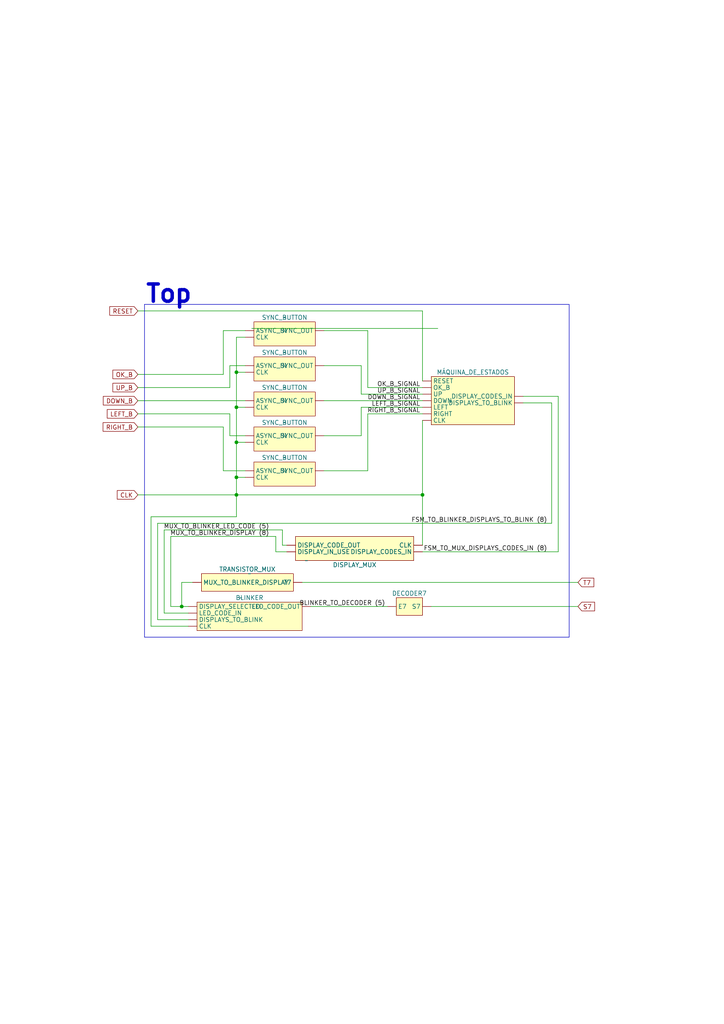
<source format=kicad_sch>
(kicad_sch (version 20230121) (generator eeschema)
  (paper "A4" portrait)
  (title_block (title "Diagrama de Estados") (date "2023-12-08") (rev "1.0") (comment 1 "Adrián Teixeira de Uña") (comment 2 "Bogurad Barañski Barañska") (comment 3 "Juan Nicolás Jiménez Pérez"))
  (lib_symbols
    (symbol "Trabajo_VHDL:BLINKER"
      (property "Reference" "U" (at 0 0 0))
      (symbol "BLINKER_1_1"
        (rectangle (start -12.7 -1.27) (end 17.78 -9.525) (fill (type background)))
        (pin input line (at -15.24 -8.255 0) (length 2.54) (name "CLK") (number ""))
        (pin input line (at -15.24 -6.35 0) (length 2.54) (name "DISPLAYS_TO_BLINK") (number ""))
        (pin input line (at -15.24 -2.54 0) (length 2.54) (name "DISPLAY_SELECTED") (number ""))
        (pin input line (at -15.24 -4.445 0) (length 2.54) (name "LED_CODE_IN") (number ""))
        (pin input line (at 20.32 -2.54 180) (length 2.54) (name "LED_CODE_OUT") (number ""))
      )
    )
    (symbol "Trabajo_VHDL:DECODER7"
      (property "Reference" "U" (at 0 0.635 0))
      (symbol "DECODER7_1_1"
        (rectangle (start -3.81 -0.635) (end 3.81 -5.715) (fill (type background)))
        (pin input line (at -6.35 -3.175 0) (length 2.54) (name "E7") (number ""))
        (pin input line (at 6.35 -3.175 180) (length 2.54) (name "S7") (number ""))
      )
    )
    (symbol "Trabajo_VHDL:DISPLAY_MUX"
      (property "Reference" "U" (at 0 1.27 0))
      (symbol "DISPLAY_MUX_1_1"
        (rectangle (start -17.145 0) (end 17.145 -6.985) (fill (type background)))
        (pin input line (at -19.685 -4.445 0) (length 2.54) (name "CLK") (number ""))
        (pin input line (at -19.685 -2.54 0) (length 2.54) (name "DISPLAY_CODES_IN") (number ""))
        (pin input line (at 19.685 -4.445 180) (length 2.54) (name "DISPLAY_CODE_OUT") (number ""))
        (pin input line (at 19.685 -2.54 180) (length 2.54) (name "DISPLAY_IN_USE") (number ""))
      )
    )
    (symbol "Trabajo_VHDL:SYNC_BUTTON"
      (property "Reference" "U" (at 0 1.27 0))
      (symbol "SYNC_BUTTON_1_1"
        (rectangle (start -8.89 0) (end 8.89 -6.985) (fill (type background)))
        (pin input line (at -11.43 -2.54 0) (length 2.54) (name "ASYNC_IN") (number ""))
        (pin input line (at -11.43 -4.445 0) (length 2.54) (name "CLK") (number ""))
        (pin input line (at 11.43 -2.54 180) (length 2.54) (name "SYNC_OUT") (number ""))
      )
    )
    (symbol "Trabajo_VHDL:TRANSISTOR_MUX"
      (property "Reference" "U" (at 0 1.27 0))
      (symbol "TRANSISTOR_MUX_1_1"
        (rectangle (start -13.335 0) (end 13.335 -5.08) (fill (type background)))
        (pin input line (at -15.875 -2.54 0) (length 2.54) (name "MUX_TO_BLINKER_DISPLAY") (number ""))
        (pin input line (at 15.875 -2.54 180) (length 2.54) (name "T7") (number ""))
      )
    )
    (symbol "Trabajo_VHDL:The_machine_of_state"
      (property "Reference" "U" (at 0 5.08 0))
      (property "Value" "The_machine_of_state" (at 0 6.985 0))
      (symbol "The_machine_of_state_1_1"
        (rectangle (start -11.43 3.175) (end 12.7 -10.795) (fill (type background)))
        (pin input line (at -13.97 -9.525 0) (length 2.54) (name "CLK") (number ""))
        (pin input line (at 15.24 -4.445 180) (length 2.54) (name "DISPLAYS_TO_BLINK") (number ""))
        (pin input line (at 15.24 -2.54 180) (length 2.54) (name "DISPLAY_CODES_IN") (number ""))
        (pin input line (at -13.97 -3.81 0) (length 2.54) (name "DOWN") (number ""))
        (pin input line (at -13.97 -5.715 0) (length 2.54) (name "LEFT") (number ""))
        (pin input line (at -13.97 0 0) (length 2.54) (name "OK_B") (number ""))
        (pin input line (at -13.97 1.905 0) (length 2.54) (name "RESET") (number ""))
        (pin input line (at -13.97 -7.62 0) (length 2.54) (name "RIGHT") (number ""))
        (pin input line (at -13.97 -1.905 0) (length 2.54) (name "UP") (number ""))
      )
    )
  )
  (junction (at 68.58 128.27))
  (junction (at 29.845 -39.37))
  (junction (at 83.82 -24.13))
  (junction (at 29.845 -29.21))
  (junction (at 68.58 143.51))
  (junction (at 68.58 107.95))
  (junction (at 223.52 -51.435))
  (junction (at 150.495 -24.13))
  (junction (at 68.58 138.43))
  (junction (at 68.58 118.11))
  (junction (at 122.555 143.51))
  (junction (at 29.845 -24.13))
  (junction (at 29.845 -59.69))
  (junction (at 52.705 175.895))
  (junction (at 29.845 -49.53))
  (wire (pts (xy 40.005 123.825) (xy 64.77 123.825)))
  (wire (pts (xy 260.985 -51.435) (xy 283.21 -51.435)))
  (wire (pts (xy 193.04 -51.435) (xy 223.52 -51.435)))
  (wire (pts (xy 67.945 -55.245) (xy 67.945 -71.755)))
  (wire (pts (xy 83.185 158.115) (xy 81.915 158.115)))
  (wire (pts (xy 40.005 112.395) (xy 66.675 112.395)))
  (wire (pts (xy 27.94 -55.245) (xy 27.94 -61.595)))
  (wire (pts (xy 66.04 -53.34) (xy 66.04 -61.595)))
  (wire (pts (xy 32.385 -49.53) (xy 29.845 -49.53)))
  (wire (pts (xy 71.12 118.11) (xy 68.58 118.11)))
  (wire (pts (xy 93.98 106.045) (xy 104.775 106.045)))
  (wire (pts (xy 104.775 118.11) (xy 122.555 118.11)))
  (wire (pts (xy 106.68 136.525) (xy 106.68 120.015)))
  (wire (pts (xy 27.94 -47.625) (xy 27.94 -41.275)))
  (wire (pts (xy 68.58 128.27) (xy 71.12 128.27)))
  (wire (pts (xy 81.915 158.115) (xy 81.915 153.67)))
  (wire (pts (xy 71.12 97.79) (xy 68.58 97.79)))
  (wire (pts (xy 52.705 168.91) (xy 52.705 175.895)))
  (wire (pts (xy 93.98 95.885) (xy 106.68 95.885)))
  (wire (pts (xy 106.68 112.395) (xy 122.555 112.395)))
  (wire (pts (xy 32.385 -69.85) (xy 29.845 -69.85)))
  (wire (pts (xy 122.555 121.92) (xy 122.555 143.51)))
  (wire (pts (xy 150.495 -24.13) (xy 225.425 -24.13)))
  (wire (pts (xy 122.555 143.51) (xy 122.555 158.115)))
  (wire (pts (xy 83.185 160.02) (xy 80.01 160.02)))
  (wire (pts (xy 71.12 107.95) (xy 68.58 107.95)))
  (wire (pts (xy 32.385 -29.21) (xy 29.845 -29.21)))
  (wire (pts (xy 66.04 -53.34) (xy 83.82 -53.34)))
  (wire (pts (xy 191.135 -49.53) (xy 225.425 -49.53)))
  (wire (pts (xy 29.845 -59.69) (xy 29.845 -49.53)))
  (wire (pts (xy 66.675 106.045) (xy 71.12 106.045)))
  (wire (pts (xy 68.58 118.11) (xy 68.58 128.27)))
  (wire (pts (xy 223.52 -58.42) (xy 223.52 -51.435)))
  (wire (pts (xy 29.845 -39.37) (xy 29.845 -29.21)))
  (wire (pts (xy 55.245 -71.755) (xy 67.945 -71.755)))
  (wire (pts (xy 83.82 -57.15) (xy 83.82 -77.47)))
  (wire (pts (xy 20.32 -51.435) (xy 32.385 -51.435)))
  (wire (pts (xy 27.94 -41.275) (xy 32.385 -41.275)))
  (wire (pts (xy 66.04 -49.53) (xy 83.82 -49.53)))
  (wire (pts (xy 20.32 -47.625) (xy 27.94 -47.625)))
  (wire (pts (xy 80.01 155.575) (xy 49.53 155.575)))
  (wire (pts (xy 55.245 -51.435) (xy 83.82 -51.435)))
  (wire (pts (xy 68.58 128.27) (xy 68.58 138.43)))
  (wire (pts (xy 55.245 -31.115) (xy 67.945 -31.115)))
  (wire (pts (xy 55.245 -61.595) (xy 66.04 -61.595)))
  (wire (pts (xy 125.095 175.895) (xy 167.64 175.895)))
  (wire (pts (xy 113.03 -55.88) (xy 113.03 -52.705)))
  (wire (pts (xy 29.845 -69.85) (xy 29.845 -59.69)))
  (wire (pts (xy 122.555 90.17) (xy 40.005 90.17)))
  (wire (pts (xy 223.52 -51.435) (xy 225.425 -51.435)))
  (wire (pts (xy 83.82 -77.47) (xy 20.32 -77.47)))
  (wire (pts (xy 54.61 181.61) (xy 43.815 181.61)))
  (wire (pts (xy 83.82 -24.13) (xy 150.495 -24.13)))
  (wire (pts (xy 104.775 114.3) (xy 104.775 106.045)))
  (wire (pts (xy 27.94 -61.595) (xy 32.385 -61.595)))
  (wire (pts (xy 90.17 175.895) (xy 112.395 175.895)))
  (wire (pts (xy 106.68 112.395) (xy 106.68 95.885)))
  (wire (pts (xy 299.72 -51.435) (xy 295.91 -51.435)))
  (wire (pts (xy 40.005 116.205) (xy 71.12 116.205)))
  (wire (pts (xy 93.98 126.365) (xy 104.775 126.365)))
  (wire (pts (xy 64.77 95.885) (xy 71.12 95.885)))
  (wire (pts (xy 40.005 120.015) (xy 66.675 120.015)))
  (wire (pts (xy 93.98 116.205) (xy 122.555 116.205)))
  (wire (pts (xy 26.035 -59.055) (xy 26.035 -71.755)))
  (wire (pts (xy 113.03 -47.625) (xy 225.425 -47.625)))
  (wire (pts (xy 29.845 -29.21) (xy 29.845 -24.13)))
  (wire (pts (xy 40.005 143.51) (xy 68.58 143.51)))
  (wire (pts (xy 68.58 143.51) (xy 122.555 143.51)))
  (wire (pts (xy 20.32 -43.815) (xy 26.035 -43.815)))
  (wire (pts (xy 64.77 136.525) (xy 71.12 136.525)))
  (wire (pts (xy 161.925 160.02) (xy 161.925 114.935)))
  (wire (pts (xy 81.915 153.67) (xy 47.625 153.67)))
  (wire (pts (xy 47.625 177.8) (xy 54.61 177.8)))
  (wire (pts (xy 122.555 110.49) (xy 122.555 90.17)))
  (wire (pts (xy 20.32 -55.245) (xy 27.94 -55.245)))
  (wire (pts (xy 67.945 -55.245) (xy 83.82 -55.245)))
  (wire (pts (xy 40.005 108.585) (xy 64.77 108.585)))
  (wire (pts (xy 93.98 136.525) (xy 106.68 136.525)))
  (wire (pts (xy 71.12 138.43) (xy 68.58 138.43)))
  (wire (pts (xy 83.82 -45.72) (xy 83.82 -24.13)))
  (wire (pts (xy 113.03 -50.8) (xy 113.03 -47.625)))
  (wire (pts (xy 189.865 -55.88) (xy 193.04 -55.88)))
  (wire (pts (xy 29.845 -39.37) (xy 32.385 -39.37)))
  (wire (pts (xy 66.04 -41.275) (xy 66.04 -49.53)))
  (wire (pts (xy 29.845 -49.53) (xy 29.845 -39.37)))
  (wire (pts (xy 47.625 153.67) (xy 47.625 177.8)))
  (wire (pts (xy 73.025 95.25) (xy 127 95.25)))
  (wire (pts (xy 87.63 168.91) (xy 167.64 168.91)))
  (wire (pts (xy 68.58 138.43) (xy 68.58 143.51)))
  (wire (pts (xy 68.58 107.95) (xy 68.58 118.11)))
  (wire (pts (xy 64.77 108.585) (xy 64.77 95.885)))
  (wire (pts (xy 20.32 -59.055) (xy 26.035 -59.055)))
  (wire (pts (xy 106.68 120.015) (xy 122.555 120.015)))
  (wire (pts (xy 113.03 -55.88) (xy 150.495 -55.88)))
  (wire (pts (xy 161.925 114.935) (xy 151.765 114.935)))
  (wire (pts (xy 26.035 -71.755) (xy 32.385 -71.755)))
  (wire (pts (xy 49.53 175.895) (xy 52.705 175.895)))
  (wire (pts (xy 32.385 -59.69) (xy 29.845 -59.69)))
  (wire (pts (xy 193.04 -55.88) (xy 193.04 -51.435)))
  (wire (pts (xy 49.53 155.575) (xy 49.53 175.895)))
  (wire (pts (xy 104.775 114.3) (xy 122.555 114.3)))
  (wire (pts (xy 104.775 126.365) (xy 104.775 118.11)))
  (wire (pts (xy 80.01 160.02) (xy 80.01 155.575)))
  (wire (pts (xy 20.32 -24.13) (xy 29.845 -24.13)))
  (wire (pts (xy 43.815 149.86) (xy 68.58 149.86)))
  (wire (pts (xy 29.845 -24.13) (xy 83.82 -24.13)))
  (wire (pts (xy 67.945 -47.625) (xy 83.82 -47.625)))
  (wire (pts (xy 160.02 116.84) (xy 151.765 116.84)))
  (wire (pts (xy 26.035 -43.815) (xy 26.035 -31.115)))
  (wire (pts (xy 160.02 151.765) (xy 160.02 116.84)))
  (wire (pts (xy 189.865 -53.975) (xy 191.135 -53.975)))
  (wire (pts (xy 122.555 160.02) (xy 161.925 160.02)))
  (wire (pts (xy 66.675 126.365) (xy 71.12 126.365)))
  (wire (pts (xy 45.72 151.765) (xy 45.72 179.705)))
  (wire (pts (xy 64.77 123.825) (xy 64.77 136.525)))
  (wire (pts (xy 26.035 -31.115) (xy 32.385 -31.115)))
  (wire (pts (xy 223.52 -58.42) (xy 226.695 -58.42)))
  (wire (pts (xy 66.675 112.395) (xy 66.675 106.045)))
  (wire (pts (xy 66.675 120.015) (xy 66.675 126.365)))
  (wire (pts (xy 55.245 -41.275) (xy 66.04 -41.275)))
  (wire (pts (xy 43.815 181.61) (xy 43.815 149.86)))
  (wire (pts (xy 52.705 175.895) (xy 54.61 175.895)))
  (wire (pts (xy 52.705 168.91) (xy 55.88 168.91)))
  (wire (pts (xy 150.495 -53.975) (xy 150.495 -24.13)))
  (wire (pts (xy 67.945 -31.115) (xy 67.945 -47.625)))
  (wire (pts (xy 68.58 149.86) (xy 68.58 143.51)))
  (wire (pts (xy 45.72 151.765) (xy 160.02 151.765)))
  (wire (pts (xy 45.72 179.705) (xy 54.61 179.705)))
  (wire (pts (xy 258.445 -58.42) (xy 299.72 -58.42)))
  (wire (pts (xy 68.58 97.79) (xy 68.58 107.95)))
  (wire (pts (xy 191.135 -53.975) (xy 191.135 -49.53)))
  (wire (pts (xy 225.425 -45.72) (xy 225.425 -24.13)))
  (rectangle (start 22.86 -80.645) (end 296.545 -20.955))
  (rectangle (start 41.91 88.265) (end 165.1 184.785))
  (text "Top" (at 22.86 -80.645 0) (effects (font (size 5 5) (thickness 1) bold) (justify left bottom)))
  (text "Top" (at 41.91 88.265 0) (effects (font (size 5 5) (thickness 1) bold) (justify left bottom)))
  (label "DOWN_B_SIGNAL" (at 121.92 116.205 180))
  (label "MUX_TO_BLINKER_LED_CODE (5)" (at 194.945 -49.53 0))
  (label "LEFT_B_SIGNAL" (at 121.92 118.11 180))
  (label "RIGHT_B_SIGNAL" (at 83.185 -47.625 180))
  (label "FSM_TO_MUX_DISPLAYS_CODES_IN (8)" (at 114.3 -55.88 0))
  (label "MUX_TO_BLINKER_DISPLAY (8)" (at 78.105 155.575 180))
  (label "UP_B_SIGNAL" (at 121.92 114.3 180))
  (label "FSM_TO_BLINKER_DISPLAYS_TO_BLINK (8)" (at 158.75 151.765 180))
  (label "OK_B_SIGNAL" (at 121.92 112.395 180))
  (label "MUX_TO_BLINKER_DISPLAY (8)" (at 194.945 -51.435 0))
  (label "UP_B_SIGNAL" (at 83.185 -53.34 180))
  (label "FSM_TO_MUX_DISPLAYS_CODES_IN (8)" (at 158.75 160.02 180))
  (label "BLINKER_TO_DECODER (5)" (at 111.76 175.895 180))
  (label "LEFT_B_SIGNAL" (at 83.185 -49.53 180))
  (label "OK_B_SIGNAL" (at 83.185 -55.245 180))
  (label "MUX_TO_BLINKER_LED_CODE (5)" (at 78.105 153.67 180))
  (label "FSM_TO_BLINKER_DISPLAYS_TO_BLINK (8)" (at 114.3 -47.625 0))
  (label "RIGHT_B_SIGNAL" (at 121.92 120.015 180))
  (label "BLINKER_TO_DECODER (5)" (at 282.575 -51.435 180))
  (label "DOWN_B_SIGNAL" (at 83.185 -51.435 180))
  (global_label "LEFT_B" (shape input) (at 20.32 -47.625 180) (property "Intersheetrefs" "${INTERSHEET_REFS}" (effects hide)))
  (global_label "T7" (shape input) (at 299.72 -58.42 0) (property "Intersheetrefs" "${INTERSHEET_REFS}" (effects hide)))
  (global_label "CLK" (shape input) (at 20.32 -24.13 180) (property "Intersheetrefs" "${INTERSHEET_REFS}" (effects hide)))
  (global_label "RESET" (shape input) (at 40.005 90.17 180) (property "Intersheetrefs" "${INTERSHEET_REFS}" (effects hide)))
  (global_label "S7" (shape input) (at 299.72 -51.435 0) (property "Intersheetrefs" "${INTERSHEET_REFS}" (effects hide)))
  (global_label "DOWN_B" (shape input) (at 40.005 116.205 180) (property "Intersheetrefs" "${INTERSHEET_REFS}" (effects hide)))
  (global_label "S7" (shape input) (at 167.64 175.895 0) (property "Intersheetrefs" "${INTERSHEET_REFS}" (effects hide)))
  (global_label "UP_B" (shape input) (at 20.32 -55.245 180) (property "Intersheetrefs" "${INTERSHEET_REFS}" (effects hide)))
  (global_label "CLK" (shape input) (at 40.005 143.51 180) (property "Intersheetrefs" "${INTERSHEET_REFS}" (effects hide)))
  (global_label "T7" (shape input) (at 167.64 168.91 0) (property "Intersheetrefs" "${INTERSHEET_REFS}" (effects hide)))
  (global_label "RESET" (shape input) (at 20.32 -77.47 180) (property "Intersheetrefs" "${INTERSHEET_REFS}" (effects hide)))
  (global_label "UP_B" (shape input) (at 40.005 112.395 180) (property "Intersheetrefs" "${INTERSHEET_REFS}" (effects hide)))
  (global_label "DOWN_B" (shape input) (at 20.32 -51.435 180) (property "Intersheetrefs" "${INTERSHEET_REFS}" (effects hide)))
  (global_label "RIGHT_B" (shape input) (at 40.005 123.825 180) (property "Intersheetrefs" "${INTERSHEET_REFS}" (effects hide)))
  (global_label "OK_B" (shape input) (at 40.005 108.585 180) (property "Intersheetrefs" "${INTERSHEET_REFS}" (effects hide)))
  (global_label "RIGHT_B" (shape input) (at 20.32 -43.815 180) (property "Intersheetrefs" "${INTERSHEET_REFS}" (effects hide)))
  (global_label "LEFT_B" (shape input) (at 40.005 120.015 180) (property "Intersheetrefs" "${INTERSHEET_REFS}" (effects hide)))
  (global_label "OK_B" (shape input) (at 20.32 -59.055 180) (property "Intersheetrefs" "${INTERSHEET_REFS}" (effects hide)))
  (symbol (lib_id "Trabajo_VHDL:The_machine_of_state") (at 97.79 -55.245 0) (unit 1)
    (property "Reference" "U1" (effects hide))
    (property "Value" "MÁQUINA_DE_ESTADOS" (at 98.425 -59.69 0))
  )
  (symbol (lib_id "Trabajo_VHDL:DISPLAY_MUX") (at 170.18 -58.42 0) (unit 1)
    (property "Reference" "DISPLAY_MUX" (at 170.18 -59.69 0))
    (property "Value" "~" (at 184.15 -58.42 0))
  )
  (symbol (lib_id "Trabajo_VHDL:SYNC_BUTTON") (at 82.55 133.985 0) (unit 1)
    (property "Reference" "SYNC_BUTTON" (at 82.55 132.715 0))
    (property "Value" "~" (at 82.55 132.715 0))
  )
  (symbol (lib_id "Trabajo_VHDL:DECODER7") (at 289.56 -54.61 0) (unit 1)
    (property "Reference" "U2" (effects hide))
    (property "Value" "DECODER7" (at 289.56 -55.245 0))
  )
  (symbol (lib_id "Trabajo_VHDL:SYNC_BUTTON") (at 43.815 -53.975 0) (unit 1)
    (property "Reference" "SYNC_BUTTON2" (at 43.815 -55.245 0))
    (property "Value" "~" (at 43.815 -55.245 0))
  )
  (symbol (lib_id "Trabajo_VHDL:SYNC_BUTTON") (at 82.55 103.505 0) (unit 1)
    (property "Reference" "SYNC_BUTTON" (at 82.55 102.235 0))
    (property "Value" "~" (at 82.55 102.235 0))
  )
  (symbol (lib_id "Trabajo_VHDL:BLINKER") (at 69.85 173.355 0) (unit 1)
    (property "Reference" "BLINKER" (at 72.39 173.355 0))
    (property "Value" "~" (at 69.85 173.355 0))
  )
  (symbol (lib_id "Trabajo_VHDL:SYNC_BUTTON") (at 82.55 93.345 0) (unit 1)
    (property "Reference" "SYNC_BUTTON" (at 82.55 92.075 0))
    (property "Value" "~" (at 82.55 92.075 0))
  )
  (symbol (lib_id "Trabajo_VHDL:SYNC_BUTTON") (at 43.815 -74.295 0) (unit 1)
    (property "Reference" "SYNC_BUTTON" (at 43.815 -75.565 0))
    (property "Value" "~" (at 43.815 -75.565 0))
  )
  (symbol (lib_id "Trabajo_VHDL:TRANSISTOR_MUX") (at 242.57 -60.96 0) (unit 1)
    (property "Reference" "TRANSISTOR_MUX" (at 242.57 -62.23 0))
    (property "Value" "~" (at 243.205 -60.96 0))
  )
  (symbol (lib_id "Trabajo_VHDL:SYNC_BUTTON") (at 43.815 -43.815 0) (unit 1)
    (property "Reference" "SYNC_BUTTON3" (at 43.815 -45.085 0))
    (property "Value" "~" (at 43.815 -45.085 0))
  )
  (symbol (lib_id "Trabajo_VHDL:SYNC_BUTTON") (at 82.55 113.665 0) (unit 1)
    (property "Reference" "SYNC_BUTTON" (at 82.55 112.395 0))
    (property "Value" "~" (at 82.55 112.395 0))
  )
  (symbol (lib_id "Trabajo_VHDL:DISPLAY_MUX") (at 102.87 162.56 180) (unit 1)
    (property "Reference" "DISPLAY_MUX" (at 102.87 163.83 0))
    (property "Value" "~" (at 88.9 162.56 0))
  )
  (symbol (lib_id "Trabajo_VHDL:DECODER7") (at 118.745 172.72 0) (unit 1)
    (property "Reference" "U4" (effects hide))
    (property "Value" "DECODER7" (at 118.745 172.085 0))
  )
  (symbol (lib_id "Trabajo_VHDL:SYNC_BUTTON") (at 43.815 -33.655 0) (unit 1)
    (property "Reference" "SYNC_BUTTON4" (at 43.815 -34.925 0))
    (property "Value" "~" (at 43.815 -34.925 0))
  )
  (symbol (lib_id "Trabajo_VHDL:The_machine_of_state") (at 136.525 112.395 0) (unit 1)
    (property "Reference" "U3" (effects hide))
    (property "Value" "MÁQUINA_DE_ESTADOS" (at 137.16 107.95 0))
  )
  (symbol (lib_id "Trabajo_VHDL:TRANSISTOR_MUX") (at 71.755 166.37 0) (unit 1)
    (property "Reference" "TRANSISTOR_MUX" (at 71.755 165.1 0))
    (property "Value" "~" (at 72.39 166.37 0))
  )
  (symbol (lib_id "Trabajo_VHDL:SYNC_BUTTON") (at 43.815 -64.135 0) (unit 1)
    (property "Reference" "SYNC_BUTTON1" (at 43.815 -65.405 0))
    (property "Value" "~" (at 43.815 -65.405 0))
  )
  (symbol (lib_id "Trabajo_VHDL:BLINKER") (at 240.665 -53.975 0) (unit 1)
    (property "Reference" "BLINKER" (at 243.205 -53.975 0))
    (property "Value" "~" (at 240.665 -53.975 0))
  )
  (symbol (lib_id "Trabajo_VHDL:SYNC_BUTTON") (at 82.55 123.825 0) (unit 1)
    (property "Reference" "SYNC_BUTTON" (at 82.55 122.555 0))
    (property "Value" "~" (at 82.55 122.555 0))
  )
)
</source>
